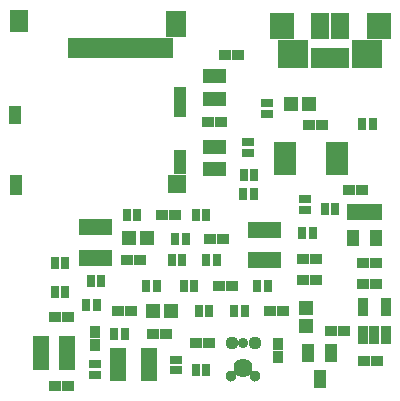
<source format=gbr>
G04 #@! TF.FileFunction,Soldermask,Top*
%FSLAX46Y46*%
G04 Gerber Fmt 4.6, Leading zero omitted, Abs format (unit mm)*
G04 Created by KiCad (PCBNEW 4.0.0-stable) date Thursday, June 23, 2016 'AMt' 11:02:30 AM*
%MOMM*%
G01*
G04 APERTURE LIST*
%ADD10C,0.100000*%
%ADD11R,1.200000X1.800000*%
%ADD12R,1.750000X2.200000*%
%ADD13R,1.560000X1.900000*%
%ADD14R,1.050000X2.540000*%
%ADD15R,1.000000X1.550000*%
%ADD16R,1.050000X2.000000*%
%ADD17R,1.050000X1.700000*%
%ADD18R,1.500000X0.850000*%
%ADD19R,1.550000X0.850000*%
%ADD20R,1.000000X0.900000*%
%ADD21R,0.800000X1.000000*%
%ADD22R,1.000000X0.800000*%
%ADD23R,0.900000X1.000000*%
%ADD24R,1.200000X1.150000*%
%ADD25R,1.150000X1.200000*%
%ADD26R,1.390000X0.880000*%
%ADD27R,0.880000X1.390000*%
%ADD28R,1.850000X0.850000*%
%ADD29R,1.000000X1.650000*%
%ADD30R,1.460000X1.050000*%
%ADD31C,1.123000*%
%ADD32C,0.962000*%
%ADD33C,0.912000*%
%ADD34C,1.624000*%
%ADD35R,1.050000X1.460000*%
%ADD36R,0.798780X1.149300*%
%ADD37R,0.800000X1.750000*%
%ADD38R,2.500000X2.400000*%
%ADD39R,2.000000X2.300000*%
%ADD40R,1.600000X2.300000*%
%ADD41R,0.900000X1.600000*%
G04 APERTURE END LIST*
D10*
D11*
X100370000Y-142429000D03*
X99270000Y-142429000D03*
X98170000Y-142429000D03*
X97070000Y-142429000D03*
X95970000Y-142429000D03*
X94870000Y-142429000D03*
X93770000Y-142429000D03*
X92670000Y-142429000D03*
D12*
X101260000Y-140379000D03*
D13*
X87940000Y-140129000D03*
D14*
X101585000Y-147009000D03*
D15*
X87660000Y-148104000D03*
D16*
X101585000Y-152089000D03*
D17*
X87685000Y-154029000D03*
D18*
X101360000Y-153594000D03*
D19*
X101335000Y-154254000D03*
D20*
X117009000Y-154432000D03*
X115909000Y-154432000D03*
D21*
X93657000Y-164211000D03*
X94557000Y-164211000D03*
D22*
X94361000Y-170122000D03*
X94361000Y-169222000D03*
D23*
X94361000Y-167555000D03*
X94361000Y-166455000D03*
D20*
X96351000Y-164719000D03*
X97451000Y-164719000D03*
X91017000Y-165227000D03*
X92117000Y-165227000D03*
X100034000Y-156591000D03*
X101134000Y-156591000D03*
X105198000Y-158623000D03*
X104098000Y-158623000D03*
D24*
X99326000Y-164719000D03*
X100826000Y-164719000D03*
X97294000Y-158496000D03*
X98794000Y-158496000D03*
D20*
X111972000Y-160274000D03*
X113072000Y-160274000D03*
X99272000Y-166624000D03*
X100372000Y-166624000D03*
X97113000Y-160401000D03*
X98213000Y-160401000D03*
X111972000Y-162052000D03*
X113072000Y-162052000D03*
X104860000Y-162560000D03*
X105960000Y-162560000D03*
X110278000Y-164719000D03*
X109178000Y-164719000D03*
X104055000Y-167386000D03*
X102955000Y-167386000D03*
X112480000Y-148971000D03*
X113580000Y-148971000D03*
D24*
X112510000Y-147193000D03*
X111010000Y-147193000D03*
D25*
X112268000Y-165977000D03*
X112268000Y-164477000D03*
D20*
X114385000Y-166370000D03*
X115485000Y-166370000D03*
D23*
X109855000Y-167471000D03*
X109855000Y-168571000D03*
D20*
X92117000Y-171069000D03*
X91017000Y-171069000D03*
D21*
X97086000Y-156591000D03*
X97986000Y-156591000D03*
X100896000Y-160401000D03*
X101796000Y-160401000D03*
X101208000Y-158623000D03*
X102108000Y-158623000D03*
X103817000Y-160401000D03*
X104717000Y-160401000D03*
X96001000Y-166624000D03*
X96901000Y-166624000D03*
X90990000Y-163068000D03*
X91890000Y-163068000D03*
X102928000Y-156591000D03*
X103828000Y-156591000D03*
X90990000Y-160655000D03*
X91890000Y-160655000D03*
D22*
X101219000Y-168841000D03*
X101219000Y-169741000D03*
D21*
X94938000Y-162179000D03*
X94038000Y-162179000D03*
X108135000Y-162560000D03*
X109035000Y-162560000D03*
X102928000Y-169672000D03*
X103828000Y-169672000D03*
X103182000Y-164719000D03*
X104082000Y-164719000D03*
X101912000Y-162560000D03*
X102812000Y-162560000D03*
X106172000Y-164719000D03*
X107072000Y-164719000D03*
X99637000Y-162560000D03*
X98737000Y-162560000D03*
X106934000Y-154813000D03*
X107834000Y-154813000D03*
X107892000Y-153162000D03*
X106992000Y-153162000D03*
D22*
X107315000Y-151326000D03*
X107315000Y-150426000D03*
X112141000Y-155252000D03*
X112141000Y-156152000D03*
D21*
X114750000Y-156083000D03*
X113850000Y-156083000D03*
X112845000Y-158115000D03*
X111945000Y-158115000D03*
D26*
X96343000Y-168260000D03*
X96343000Y-168910000D03*
X96343000Y-169560000D03*
X96343000Y-170210000D03*
X98933000Y-170210000D03*
X98933000Y-169560000D03*
X98933000Y-168910000D03*
X98933000Y-168260000D03*
D27*
X95392000Y-157607000D03*
X94742000Y-157607000D03*
X94092000Y-157607000D03*
X93442000Y-157607000D03*
X93442000Y-160197000D03*
X94092000Y-160197000D03*
X94742000Y-160197000D03*
X95392000Y-160197000D03*
X109758000Y-157811000D03*
X109108000Y-157811000D03*
X108458000Y-157811000D03*
X107808000Y-157811000D03*
X107808000Y-160401000D03*
X108458000Y-160401000D03*
X109108000Y-160401000D03*
X109758000Y-160401000D03*
D28*
X110449000Y-150790000D03*
X110449000Y-151440000D03*
X110449000Y-152090000D03*
X110449000Y-152740000D03*
X114849000Y-152740000D03*
X114849000Y-152090000D03*
X114849000Y-151440000D03*
X114849000Y-150790000D03*
D29*
X114361000Y-168284000D03*
X112461000Y-168284000D03*
X113411000Y-170434000D03*
D30*
X92032000Y-169225000D03*
X92032000Y-168275000D03*
X92032000Y-167325000D03*
X89832000Y-167325000D03*
X89832000Y-169225000D03*
X89832000Y-168275000D03*
D31*
X105969000Y-167443000D03*
D32*
X105920000Y-170180000D03*
X107950000Y-170180000D03*
D31*
X107901000Y-167443000D03*
D33*
X106935000Y-167443000D03*
D34*
X106935000Y-169546000D03*
D20*
X117179000Y-168910000D03*
X118279000Y-168910000D03*
X117052000Y-162433000D03*
X118152000Y-162433000D03*
X117052000Y-160655000D03*
X118152000Y-160655000D03*
D21*
X117925000Y-148844000D03*
X117025000Y-148844000D03*
D35*
X118171000Y-156296000D03*
X117221000Y-156296000D03*
X116271000Y-156296000D03*
X116271000Y-158496000D03*
X118171000Y-158496000D03*
D20*
X103971000Y-148717000D03*
X105071000Y-148717000D03*
X105368000Y-143002000D03*
X106468000Y-143002000D03*
D36*
X103870760Y-152714960D03*
X104521000Y-152714960D03*
X105171240Y-152714960D03*
X105171240Y-150815040D03*
X104521000Y-150815040D03*
X103870760Y-150815040D03*
X103870760Y-146745960D03*
X104521000Y-146745960D03*
X105171240Y-146745960D03*
X105171240Y-144846040D03*
X104521000Y-144846040D03*
X103870760Y-144846040D03*
D37*
X113000000Y-143256000D03*
X113650000Y-143256000D03*
X114300000Y-143256000D03*
X114950000Y-143256000D03*
X115600000Y-143256000D03*
D38*
X111200000Y-142931000D03*
X117400000Y-142931000D03*
D39*
X118400000Y-140581000D03*
D40*
X115150000Y-140581000D03*
X113450000Y-140581000D03*
D39*
X110200000Y-140581000D03*
D22*
X108966000Y-148024000D03*
X108966000Y-147124000D03*
D41*
X117094000Y-166751000D03*
X118044000Y-166751000D03*
X118994000Y-166751000D03*
X118994000Y-164401000D03*
X117094000Y-164401000D03*
M02*

</source>
